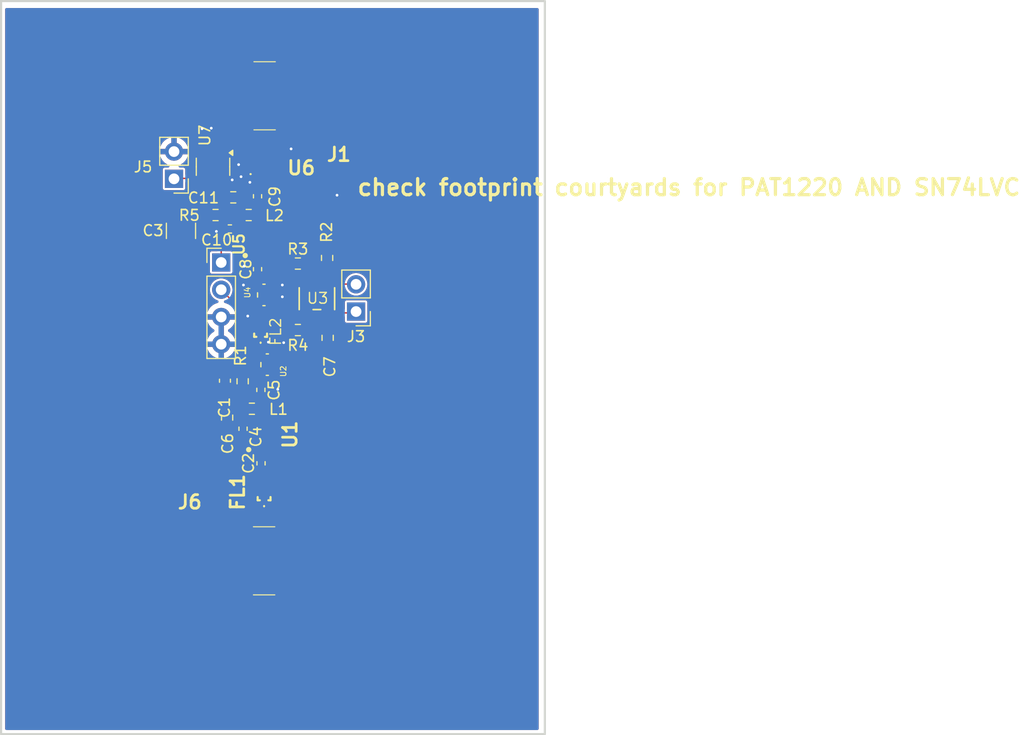
<source format=kicad_pcb>
(kicad_pcb (version 20240108) (generator "pcbnew") (generator_version "8.0")
  (layers (0 "F.Cu" signal) (1 "In1.Cu" signal) (2 "In2.Cu" signal) (31 "B.Cu" signal) (34 "B.Paste" user) (35 "F.Paste" user) (36 "B.SilkS" user "B.Silkscreen") (37 "F.SilkS" user "F.Silkscreen") (38 "B.Mask" user) (39 "F.Mask" user) (44 "Edge.Cuts" user))
  (net 0 "")
  (net 1 "GND")
  (net 2 "5VA")
  (net 3 "Net-(U1-RF_IN)")
  (net 4 "Net-(FL1-OUTPUT)")
  (net 5 "Net-(C4-Pad1)")
  (net 6 "Net-(C5-Pad2)")
  (net 7 "Net-(U1-RF_OUT)")
  (net 8 "Net-(C8-Pad1)")
  (net 9 "Net-(U5-RF_IN)")
  (net 10 "Net-(U5-RF_OUT)")
  (net 11 "Net-(U6-INPUT)")
  (net 12 "Net-(C10-Pad1)")
  (net 13 "/RF_IN")
  (net 14 "Net-(FL2-OUTPUT)")
  (net 15 "Net-(FL2-INPUT)")
  (net 16 "Net-(J3-Pin_2)")
  (net 17 "/RF_OUT")
  (net 18 "/PWR_DET_OUT")
  (net 19 "Net-(U1-SHUT_DOWN)")
  (net 20 "Net-(U3-Y)")
  (net 31 "Net-(U6-OUTPUT2)")
  (footprint "oresat-passives:PAT1220(0805)" (layer "F.Cu") (at 125.589 110.9 90)
    (property "Reference" "U4" (at -0.35 -1.239 90) (layer "F.SilkS") (effects (font (size 0.51816 0.51816) (thickness 0.09144)) (justify left bottom)))
    (property "Value" "PAT1220-C-3DB")
    (fp_line (start -0.2 -0.6) (end 0.2 -0.6) (stroke (width 0.127)) (layer "F.SilkS"))
    (fp_line (start 1 -0.1) (end 1 0.1) (stroke (width 0.127)) (layer "F.SilkS"))
    (fp_line (start -1 -0.1) (end -1 0.1) (stroke (width 0.127)) (layer "F.SilkS"))
    (pad "1" smd rect (at -0.75 -0.6 90) (size 0.8 0.7) (layers "F.Cu" "F.Mask") (net 14 "Net-(FL2-OUTPUT)"))
    (pad "2" smd rect (at 0.75 -0.6 270) (size 0.8 0.7) (layers "F.Cu" "F.Mask") (net 8 "Net-(C8-Pad1)"))
    (pad "3" smd rect (at 0 0.6 90) (size 2.3 0.7) (layers "F.Cu" "F.Mask") (net 1 "GND"))
  )
  (footprint "Resistor_SMD:R_0603_1608Metric" (layer "F.Cu") (at 122.725 101.8)
    (property "Reference" "C11" (at -2.775 0.05 0) (layer "F.SilkS"))
    (property "Value" "1u")
    (fp_line (start -0.237258 -0.5225) (end 0.237258 -0.5225) (stroke (width 0.12)) (layer "F.SilkS"))
    (fp_line (start -0.237258 0.5225) (end 0.237258 0.5225) (stroke (width 0.12)) (layer "F.SilkS"))
    (pad "1" smd roundrect (at -0.825 0) (size 0.8 0.95) (layers "F.Cu" "F.Paste" "F.Mask") (net 12 "Net-(C10-Pad1)"))
    (pad "2" smd roundrect (at 0.825 0) (size 0.8 0.95) (layers "F.Cu" "F.Paste" "F.Mask") (net 1 "GND"))
  )
  (footprint "oresat-ics:TQP3M9037" (layer "F.Cu") (at 125.239 105.85 90)
    (property "Reference" "U5" (at -0.325 -1.989 90) (layer "F.SilkS") (effects (font (thickness 0.2) (bold yes))))
    (property "Value" "TQP3M9037" (hide yes))
    (fp_circle (center -1.375 -1.4) (end -1.375 -1.275) (stroke (width 0.25)) (fill none) (layer "F.SilkS"))
    (pad "1" smd rect (at -1 -0.75 180) (size 0.3 0.75) (layers "F.Cu" "F.Paste" "F.Mask"))
    (pad "2" smd rect (at -1 -0.25 180) (size 0.3 0.75) (layers "F.Cu" "F.Paste" "F.Mask") (net 9 "Net-(U5-RF_IN)"))
    (pad "3" smd rect (at -1 0.25 180) (size 0.3 0.75) (layers "F.Cu" "F.Paste" "F.Mask"))
    (pad "4" smd rect (at -1 0.75 180) (size 0.3 0.75) (layers "F.Cu" "F.Paste" "F.Mask"))
    (pad "5" smd rect (at 1 0.75 180) (size 0.3 0.75) (layers "F.Cu" "F.Paste" "F.Mask"))
    (pad "6" smd rect (at 1 0.25 180) (size 0.3 0.75) (layers "F.Cu" "F.Paste" "F.Mask") (net 19 "Net-(U1-SHUT_DOWN)"))
    (pad "7" smd rect (at 1 -0.25 180) (size 0.3 0.75) (layers "F.Cu" "F.Paste" "F.Mask") (net 10 "Net-(U5-RF_OUT)"))
    (pad "8" smd rect (at 1 -0.75 180) (size 0.3 0.75) (layers "F.Cu" "F.Paste" "F.Mask"))
    (pad "9" smd rect (at 0 0 90) (size 0.85 1.65) (layers "F.Cu" "F.Paste" "F.Mask") (net 1 "GND"))
  )
  (footprint "oresat-ics:TQP3M9037" (layer "F.Cu") (at 125.564 123.95 90)
    (property "Reference" "U1" (at 0.025 2.45 90) (layer "F.SilkS") (effects (font (size 1.27 1.27) (thickness 0.254))))
    (property "Value" "TQP3M9037" (hide yes))
    (fp_circle (center -1.375 -1.4) (end -1.375 -1.275) (stroke (width 0.25)) (fill none) (layer "F.SilkS"))
    (pad "1" smd rect (at -1 -0.75 180) (size 0.3 0.75) (layers "F.Cu" "F.Paste" "F.Mask"))
    (pad "2" smd rect (at -1 -0.25 180) (size 0.3 0.75) (layers "F.Cu" "F.Paste" "F.Mask") (net 3 "Net-(U1-RF_IN)"))
    (pad "3" smd rect (at -1 0.25 180) (size 0.3 0.75) (layers "F.Cu" "F.Paste" "F.Mask"))
    (pad "4" smd rect (at -1 0.75 180) (size 0.3 0.75) (layers "F.Cu" "F.Paste" "F.Mask"))
    (pad "5" smd rect (at 1 0.75 180) (size 0.3 0.75) (layers "F.Cu" "F.Paste" "F.Mask"))
    (pad "6" smd rect (at 1 0.25 180) (size 0.3 0.75) (layers "F.Cu" "F.Paste" "F.Mask") (net 19 "Net-(U1-SHUT_DOWN)"))
    (pad "7" smd rect (at 1 -0.25 180) (size 0.3 0.75) (layers "F.Cu" "F.Paste" "F.Mask") (net 7 "Net-(U1-RF_OUT)"))
    (pad "8" smd rect (at 1 -0.75 180) (size 0.3 0.75) (layers "F.Cu" "F.Paste" "F.Mask"))
    (pad "9" smd rect (at 0 0 90) (size 0.85 1.65) (layers "F.Cu" "F.Paste" "F.Mask") (net 1 "GND"))
  )
  (footprint "Connector_PinHeader_2.54mm:PinHeader_1x02_P2.54mm_Vertical" (layer "F.Cu") (at 117.2 100.075 180)
    (property "Reference" "J5" (at 2.886 1.1085 0) (layer "F.SilkS"))
    (property "Value" "0022232021" (hide yes))
    (fp_line (start 1.33 1.27) (end 1.33 3.87) (stroke (width 0.12)) (layer "F.SilkS"))
    (fp_line (start -1.33 3.87) (end 1.33 3.87) (stroke (width 0.12)) (layer "F.SilkS"))
    (fp_line (start -1.33 1.27) (end 1.33 1.27) (stroke (width 0.12)) (layer "F.SilkS"))
    (fp_line (start -1.33 1.27) (end -1.33 3.87) (stroke (width 0.12)) (layer "F.SilkS"))
    (fp_line (start -1.33 0) (end -1.33 -1.33) (stroke (width 0.12)) (layer "F.SilkS"))
    (fp_line (start -1.33 -1.33) (end 0 -1.33) (stroke (width 0.12)) (layer "F.SilkS"))
    (pad "1" thru_hole rect (at 0 0 180) (size 1.7 1.7) (drill 1) (layers "*.Cu" "*.Mask") (net 18 "/PWR_DET_OUT"))
    (pad "2" thru_hole oval (at 0 2.54 180) (size 1.7 1.7) (drill 1) (layers "*.Cu" "*.Mask") (net 1 "GND"))
  )
  (footprint "oresat-connectors:SMA 142-0711-201" (layer "F.Cu") (at 125.649 92.33 180)
    (property "Reference" "J1" (at -6.925 -5.475 0) (layer "F.SilkS") (effects (font (size 1.27 1.27) (thickness 0.254))))
    (property "Value" "Conn_Coaxial_142-0711-201" (hide yes))
    (fp_line (start -1 3.175) (end 1 3.175) (stroke (width 0.1)) (layer "F.SilkS"))
    (fp_line (start -1 -3.175) (end 1 -3.175) (stroke (width 0.1)) (layer "F.SilkS"))
    (pad "1" smd rect (at -2.38 0 180) (size 2.35 7.11) (layers "F.Cu" "F.Paste" "F.Mask") (net 1 "GND"))
    (pad "2" smd rect (at 2.38 0 180) (size 2.35 7.11) (layers "F.Cu" "F.Paste" "F.Mask") (net 1 "GND"))
    (pad "3" smd circle (at 0 0 270) (size 1.73 1.73) (layers "F.Cu" "F.Paste" "F.Mask") (net 17 "/RF_OUT"))
  )
  (footprint "Resistor_SMD:R_0603_1608Metric" (layer "F.Cu") (at 124.164 103.45)
    (property "Reference" "L2" (at 2.4 0.05 0) (layer "F.SilkS"))
    (property "Value" "18nH")
    (fp_line (start -0.237258 -0.5225) (end 0.237258 -0.5225) (stroke (width 0.12)) (layer "F.SilkS"))
    (fp_line (start -0.237258 0.5225) (end 0.237258 0.5225) (stroke (width 0.12)) (layer "F.SilkS"))
    (pad "1" smd roundrect (at -0.825 0) (size 0.8 0.95) (layers "F.Cu" "F.Paste" "F.Mask") (net 12 "Net-(C10-Pad1)"))
    (pad "2" smd roundrect (at 0.825 0) (size 0.8 0.95) (layers "F.Cu" "F.Paste" "F.Mask") (net 10 "Net-(U5-RF_OUT)"))
  )
  (footprint "Capacitor_SMD:C_1210_3225Metric" (layer "F.Cu") (at 117.85 104.925 -90)
    (property "Reference" "C3" (at -0.025 2.6 0) (layer "F.SilkS"))
    (property "Value" "22u" (hide yes))
    (fp_line (start -0.711252 1.36) (end 0.711252 1.36) (stroke (width 0.12)) (layer "F.SilkS"))
    (fp_line (start -0.711252 -1.36) (end 0.711252 -1.36) (stroke (width 0.12)) (layer "F.SilkS"))
    (pad "1" smd roundrect (at -1.475 0 270) (size 1.15 2.7) (layers "F.Cu" "F.Paste" "F.Mask") (roundrect_rratio 0.217391) (net 2 "5VA"))
    (pad "2" smd roundrect (at 1.475 0 270) (size 1.15 2.7) (layers "F.Cu" "F.Paste" "F.Mask") (roundrect_rratio 0.217391) (net 1 "GND"))
  )
  (footprint "Capacitor_SMD:C_0603_1608Metric" (layer "F.Cu") (at 121.95 118.9 -90)
    (property "Reference" "C1" (at 2.5 0.05 90) (layer "F.SilkS"))
    (property "Value" "2u2")
    (fp_line (start -0.14058 0.51) (end 0.14058 0.51) (stroke (width 0.12)) (layer "F.SilkS"))
    (fp_line (start -0.14058 -0.51) (end 0.14058 -0.51) (stroke (width 0.12)) (layer "F.SilkS"))
    (pad "1" smd roundrect (at -0.775 0 270) (size 0.9 0.95) (layers "F.Cu" "F.Paste" "F.Mask") (net 2 "5VA"))
    (pad "2" smd roundrect (at 0.775 0 270) (size 0.9 0.95) (layers "F.Cu" "F.Paste" "F.Mask") (net 1 "GND"))
  )
  (footprint "Package_TO_SOT_SMD:TSOT-23-5" (layer "F.Cu") (at 120.8375 98.95 -90)
    (property "Reference" "U7" (at -2.925 0.7625 90) (layer "F.SilkS"))
    (property "Value" "LTC5505-1ES5" (hide yes))
    (fp_line (start 0 1.56) (end -0.8 1.56) (stroke (width 0.12)) (layer "F.SilkS"))
    (fp_line (start 0 1.56) (end 0.8 1.56) (stroke (width 0.12)) (layer "F.SilkS"))
    (fp_line (start 0 -1.56) (end -0.8 -1.56) (stroke (width 0.12)) (layer "F.SilkS"))
    (fp_line (start 0 -1.56) (end 0.8 -1.56) (stroke (width 0.12)) (layer "F.SilkS"))
    (fp_poly (pts (xy -1.3 -1.51) (xy -1.54 -1.84) (xy -1.06 -1.84) (xy -1.3 -1.51)) (stroke (width 0.12)) (fill solid) (layer "F.SilkS"))
    (pad "1" smd roundrect (at -1.1375 -0.95 270) (size 1.325 0.6) (layers "F.Cu" "F.Paste" "F.Mask") (net 31 "Net-(U6-OUTPUT2)"))
    (pad "2" smd roundrect (at -1.1375 0 270) (size 1.325 0.6) (layers "F.Cu" "F.Paste" "F.Mask") (net 1 "GND"))
    (pad "3" smd roundrect (at -1.1375 0.95 270) (size 1.325 0.6) (layers "F.Cu" "F.Paste" "F.Mask") (net 2 "5VA"))
    (pad "4" smd roundrect (at 1.1375 0.95 270) (size 1.325 0.6) (layers "F.Cu" "F.Paste" "F.Mask") (net 18 "/PWR_DET_OUT"))
    (pad "5" smd roundrect (at 1.1375 -0.95 270) (size 1.325 0.6) (layers "F.Cu" "F.Paste" "F.Mask") (net 2 "5VA"))
  )
  (footprint "Resistor_SMD:R_0603_1608Metric" (layer "F.Cu") (at 122.15 122.3375 -90)
    (property "Reference" "C6" (at 2.425 -0.05 90) (layer "F.SilkS"))
    (property "Value" "1u")
    (fp_line (start -0.237258 0.5225) (end 0.237258 0.5225) (stroke (width 0.12)) (layer "F.SilkS"))
    (fp_line (start -0.237258 -0.5225) (end 0.237258 -0.5225) (stroke (width 0.12)) (layer "F.SilkS"))
    (pad "1" smd roundrect (at -0.825 0 270) (size 0.8 0.95) (layers "F.Cu" "F.Paste" "F.Mask") (net 5 "Net-(C4-Pad1)"))
    (pad "2" smd roundrect (at 0.825 0 270) (size 0.8 0.95) (layers "F.Cu" "F.Paste" "F.Mask") (net 1 "GND"))
  )
  (footprint "Resistor_SMD:R_0603_1608Metric" (layer "F.Cu") (at 123.6 118.95 90)
    (property "Reference" "R1" (at 2.375 -0.2 90) (layer "F.SilkS"))
    (property "Value" "0")
    (fp_line (start -0.237258 -0.5225) (end 0.237258 -0.5225) (stroke (width 0.12)) (layer "F.SilkS"))
    (fp_line (start -0.237258 0.5225) (end 0.237258 0.5225) (stroke (width 0.12)) (layer "F.SilkS"))
    (pad "1" smd roundrect (at -0.825 0 90) (size 0.8 0.95) (layers "F.Cu" "F.Paste" "F.Mask") (net 5 "Net-(C4-Pad1)"))
    (pad "2" smd roundrect (at 0.825 0 90) (size 0.8 0.95) (layers "F.Cu" "F.Paste" "F.Mask") (net 2 "5VA"))
  )
  (footprint "Resistor_SMD:R_0603_1608Metric" (layer "F.Cu") (at 121.075 103.45 180)
    (property "Reference" "R5" (at 2.45 -0.025 0) (layer "F.SilkS"))
    (property "Value" "0")
    (fp_line (start -0.237258 0.5225) (end 0.237258 0.5225) (stroke (width 0.12)) (layer "F.SilkS"))
    (fp_line (start -0.237258 -0.5225) (end 0.237258 -0.5225) (stroke (width 0.12)) (layer "F.SilkS"))
    (pad "1" smd roundrect (at -0.825 0 180) (size 0.8 0.95) (layers "F.Cu" "F.Paste" "F.Mask") (net 12 "Net-(C10-Pad1)"))
    (pad "2" smd roundrect (at 0.825 0 180) (size 0.8 0.95) (layers "F.Cu" "F.Paste" "F.Mask") (net 2 "5VA"))
  )
  (footprint "oresat-connectors:SMA 142-0711-201" (layer "F.Cu") (at 125.6 135.69)
    (property "Reference" "J6" (at -6.925 -5.475 0) (layer "F.SilkS") (effects (font (size 1.27 1.27) (thickness 0.254))))
    (property "Value" "Conn_Coaxial_142-0711-201" (hide yes))
    (fp_line (start -1 -3.175) (end 1 -3.175) (stroke (width 0.1)) (layer "F.SilkS"))
    (fp_line (start -1 3.175) (end 1 3.175) (stroke (width 0.1)) (layer "F.SilkS"))
    (pad "1" smd rect (at -2.38 0) (size 2.35 7.11) (layers "F.Cu" "F.Paste" "F.Mask") (net 1 "GND"))
    (pad "2" smd rect (at 2.38 0) (size 2.35 7.11) (layers "F.Cu" "F.Paste" "F.Mask") (net 1 "GND"))
    (pad "3" smd circle (at 0 0 90) (size 1.73 1.73) (layers "F.Cu" "F.Paste" "F.Mask") (net 13 "/RF_IN"))
  )
  (footprint "Connector_PinHeader_2.54mm:PinHeader_1x02_P2.54mm_Vertical" (layer "F.Cu") (at 134.175 112.45 180)
    (property "Reference" "J3" (at 0 -2.33 0) (layer "F.SilkS"))
    (property "Value" "0022232021" (hide yes))
    (fp_line (start 1.33 1.27) (end 1.33 3.87) (stroke (width 0.12)) (layer "F.SilkS"))
    (fp_line (start -1.33 3.87) (end 1.33 3.87) (stroke (width 0.12)) (layer "F.SilkS"))
    (fp_line (start -1.33 1.27) (end 1.33 1.27) (stroke (width 0.12)) (layer "F.SilkS"))
    (fp_line (start -1.33 1.27) (end -1.33 3.87) (stroke (width 0.12)) (layer "F.SilkS"))
    (fp_line (start -1.33 0) (end -1.33 -1.33) (stroke (width 0.12)) (layer "F.SilkS"))
    (fp_line (start -1.33 -1.33) (end 0 -1.33) (stroke (width 0.12)) (layer "F.SilkS"))
    (pad "1" thru_hole rect (at 0 0 180) (size 1.7 1.7) (drill 1) (layers "*.Cu" "*.Mask") (net 2 "5VA"))
    (pad "2" thru_hole oval (at 0 2.54 180) (size 1.7 1.7) (drill 1) (layers "*.Cu" "*.Mask") (net 16 "Net-(J3-Pin_2)"))
  )
  (footprint "Resistor_SMD:R_0402_1005Metric" (layer "F.Cu") (at 124.989 108.5 90)
    (property "Reference" "C8" (at 0 -1.089 90) (layer "F.SilkS"))
    (property "Value" "15p")
    (fp_line (start -0.153641 -0.38) (end 0.153641 -0.38) (stroke (width 0.12)) (layer "F.SilkS"))
    (fp_line (start -0.153641 0.38) (end 0.153641 0.38) (stroke (width 0.12)) (layer "F.SilkS"))
    (pad "1" smd roundrect (at -0.51 0 90) (size 0.54 0.64) (layers "F.Cu" "F.Paste" "F.Mask") (net 8 "Net-(C8-Pad1)"))
    (pad "2" smd roundrect (at 0.51 0 90) (size 0.54 0.64) (layers "F.Cu" "F.Paste" "F.Mask") (net 9 "Net-(U5-RF_IN)"))
  )
  (footprint "Resistor_SMD:R_0603_1608Metric" (layer "F.Cu") (at 131.525 114.9 -90)
    (property "Reference" "C7" (at 2.7 -0.2 90) (layer "F.SilkS"))
    (property "Value" "100n")
    (fp_line (start -0.237258 0.5225) (end 0.237258 0.5225) (stroke (width 0.12)) (layer "F.SilkS"))
    (fp_line (start -0.237258 -0.5225) (end 0.237258 -0.5225) (stroke (width 0.12)) (layer "F.SilkS"))
    (pad "1" smd roundrect (at -0.825 0 270) (size 0.8 0.95) (layers "F.Cu" "F.Paste" "F.Mask") (net 2 "5VA"))
    (pad "2" smd roundrect (at 0.825 0 270) (size 0.8 0.95) (layers "F.Cu" "F.Paste" "F.Mask") (net 1 "GND"))
  )
  (footprint "oresat-misc:PD2328J5050S2HF" (layer "F.Cu") (at 124.989 98.6335 180)
    (property "Reference" "U6" (at -4.075 -0.425 0) (layer "F.SilkS") (effects (font (size 1.27 1.27) (thickness 0.254))))
    (property "Value" "PD2328J5050S2HF" (hide yes))
    (fp_line (start 0.7 -1) (end 0.7 -1) (stroke (width 0.1)) (layer "F.SilkS"))
    (fp_line (start 0.6 -1) (end 0.6 -1) (stroke (width 0.1)) (layer "F.SilkS"))
    (fp_arc (start 0.7 -1) (mid 0.65 -0.95) (end 0.6 -1) (stroke (width 0.1)) (layer "F.SilkS"))
    (fp_arc (start 0.6 -1) (mid 0.65 -1.05) (end 0.7 -1) (stroke (width 0.1)) (layer "F.SilkS"))
    (pad "1" smd rect (at 0.66 -0.495 270) (size 0.33 0.41) (layers "F.Cu" "F.Paste" "F.Mask") (net 1 "GND"))
    (pad "2" smd rect (at 0 -0.495 270) (size 0.33 0.41) (layers "F.Cu" "F.Paste" "F.Mask") (net 11 "Net-(U6-INPUT)"))
    (pad "3" smd rect (at -0.66 -0.495 270) (size 0.33 0.41) (layers "F.Cu" "F.Paste" "F.Mask") (net 1 "GND"))
    (pad "4" smd rect (at -0.66 0.495 270) (size 0.33 0.41) (layers "F.Cu" "F.Paste" "F.Mask") (net 17 "/RF_OUT"))
    (pad "5" smd rect (at 0 0.495 270) (size 0.33 0.41) (layers "F.Cu" "F.Paste" "F.Mask") (net 1 "GND"))
    (pad "6" smd rect (at 0.66 0.495 270) (size 0.33 0.41) (layers "F.Cu" "F.Paste" "F.Mask") (net 31 "Net-(U6-OUTPUT2)"))
  )
  (footprint "Resistor_SMD:R_0402_1005Metric" (layer "F.Cu") (at 124.989 101.7 90)
    (property "Reference" "C9" (at -0.0335 1.611 90) (layer "F.SilkS"))
    (property "Value" "15p" (hide yes))
    (fp_line (start -0.153641 -0.38) (end 0.153641 -0.38) (stroke (width 0.12)) (layer "F.SilkS"))
    (fp_line (start -0.153641 0.38) (end 0.153641 0.38) (stroke (width 0.12)) (layer "F.SilkS"))
    (pad "1" smd roundrect (at -0.51 0 90) (size 0.54 0.64) (layers "F.Cu" "F.Paste" "F.Mask") (net 10 "Net-(U5-RF_OUT)"))
    (pad "2" smd roundrect (at 0.51 0 90) (size 0.54 0.64) (layers "F.Cu" "F.Paste" "F.Mask") (net 11 "Net-(U6-INPUT)"))
  )
  (footprint "Connector_PinHeader_2.54mm:PinHeader_1x04_P2.54mm_Vertical" (layer "F.Cu") (at 121.6 107.875)
    (property "Reference" "J2" (hide yes))
    (property "Value" "0022232041" (hide yes))
    (fp_line (start -1.33 -1.33) (end 0 -1.33) (stroke (width 0.12)) (layer "F.SilkS"))
    (fp_line (start -1.33 0) (end -1.33 -1.33) (stroke (width 0.12)) (layer "F.SilkS"))
    (fp_line (start -1.33 1.27) (end -1.33 8.95) (stroke (width 0.12)) (layer "F.SilkS"))
    (fp_line (start -1.33 1.27) (end 1.33 1.27) (stroke (width 0.12)) (layer "F.SilkS"))
    (fp_line (start -1.33 8.95) (end 1.33 8.95) (stroke (width 0.12)) (layer "F.SilkS"))
    (fp_line (start 1.33 1.27) (end 1.33 8.95) (stroke (width 0.12)) (layer "F.SilkS"))
    (pad "1" thru_hole rect (at 0 0) (size 1.7 1.7) (drill 1) (layers "*.Cu" "*.Mask") (net 2 "5VA"))
    (pad "2" thru_hole oval (at 0 2.54) (size 1.7 1.7) (drill 1) (layers "*.Cu" "*.Mask") (net 2 "5VA"))
    (pad "3" thru_hole oval (at 0 5.08) (size 1.7 1.7) (drill 1) (layers "*.Cu" "*.Mask") (net 1 "GND"))
    (pad "4" thru_hole oval (at 0 7.62) (size 1.7 1.7) (drill 1) (layers "*.Cu" "*.Mask") (net 1 "GND"))
  )
  (footprint "Resistor_SMD:R_0402_1005Metric" (layer "F.Cu") (at 122.41 104.75)
    (property "Reference" "C10" (at -1.235 1.025 0) (layer "F.SilkS"))
    (property "Value" "15p")
    (fp_line (start -0.153641 -0.38) (end 0.153641 -0.38) (stroke (width 0.12)) (layer "F.SilkS"))
    (fp_line (start -0.153641 0.38) (end 0.153641 0.38) (stroke (width 0.12)) (layer "F.SilkS"))
    (pad "1" smd roundrect (at -0.51 0) (size 0.54 0.64) (layers "F.Cu" "F.Paste" "F.Mask") (net 12 "Net-(C10-Pad1)"))
    (pad "2" smd roundrect (at 0.51 0) (size 0.54 0.64) (layers "F.Cu" "F.Paste" "F.Mask") (net 1 "GND"))
  )
  (footprint "Resistor_SMD:R_0603_1608Metric" (layer "F.Cu") (at 131.475 107.45 -90)
    (property "Reference" "R2" (at -2.4 0.05 90) (layer "F.SilkS"))
    (property "Value" "10k")
    (fp_line (start -0.237258 0.5225) (end 0.237258 0.5225) (stroke (width 0.12)) (layer "F.SilkS"))
    (fp_line (start -0.237258 -0.5225) (end 0.237258 -0.5225) (stroke (width 0.12)) (layer "F.SilkS"))
    (pad "1" smd roundrect (at -0.825 0 270) (size 0.8 0.95) (layers "F.Cu" "F.Paste" "F.Mask") (net 1 "GND"))
    (pad "2" smd roundrect (at 0.825 0 270) (size 0.8 0.95) (layers "F.Cu" "F.Paste" "F.Mask") (net 16 "Net-(J3-Pin_2)"))
  )
  (footprint "oresat-ics:QPQ1907SR" (layer "F.Cu") (at 125.6 129.345 90)
    (property "Reference" "FL1" (at 0.045 -2.475 90) (layer "F.SilkS") (effects (font (size 1.27 1.27) (thickness 0.254))))
    (property "Value" "QPQ1907SR" (hide yes))
    (fp_line (start -0.7 -0.6) (end -0.4 -0.6) (stroke (width 0.2)) (layer "F.SilkS"))
    (fp_line (start -0.7 -0.4) (end -0.7 -0.6) (stroke (width 0.2)) (layer "F.SilkS"))
    (fp_line (start -1.2 0) (end -1.2 0) (stroke (width 0.1)) (layer "F.SilkS"))
    (fp_line (start -1.3 0) (end -1.3 0) (stroke (width 0.1)) (layer "F.SilkS"))
    (fp_line (start -0.7 0.4) (end -0.7 0.6) (stroke (width 0.2)) (layer "F.SilkS"))
    (fp_line (start -0.7 0.6) (end -0.4 0.6) (stroke (width 0.2)) (layer "F.SilkS"))
    (fp_arc (start -1.2 0) (mid -1.25 0.05) (end -1.3 0) (stroke (width 0.1)) (layer "F.SilkS"))
    (fp_arc (start -1.3 0) (mid -1.25 -0.05) (end -1.2 0) (stroke (width 0.1)) (layer "F.SilkS"))
    (pad "1" smd rect (at -0.495 0 90) (size 0.254 0.33) (layers "F.Cu" "F.Paste" "F.Mask") (net 13 "/RF_IN"))
    (pad "2" smd rect (at 0 0.286 90) (size 0.254 0.33) (layers "F.Cu" "F.Paste" "F.Mask") (net 1 "GND"))
    (pad "3" smd rect (at 0.495 0.286 90) (size 0.254 0.33) (layers "F.Cu" "F.Paste" "F.Mask") (net 1 "GND"))
    (pad "4" smd rect (at 0.495 -0.286 90) (size 0.254 0.33) (layers "F.Cu" "F.Paste" "F.Mask") (net 4 "Net-(FL1-OUTPUT)"))
    (pad "5" smd rect (at 0 -0.286 90) (size 0.254 0.33) (layers "F.Cu" "F.Paste" "F.Mask") (net 1 "GND"))
  )
  (footprint "oresat-misc:DBV5 SN74LVC1G3T2Q" (layer "F.Cu") (at 130.525 111.25 -90)
    (property "Reference" "U3" (at -0.625 -1.15 180) (layer "F.SilkS") (effects (font (thickness 0.127)) (justify right top)))
    (property "Value" "SN74LVC1G32QDBVRQ1" (hide yes))
    (fp_line (start -1.016 1.651) (end 1.016 1.651) (stroke (width 0.1524)) (layer "F.SilkS"))
    (fp_line (start 1.016 0.3556) (end 1.016 -0.3556) (stroke (width 0.1524)) (layer "F.SilkS"))
    (fp_line (start 1.016 -1.651) (end -1.016 -1.651) (stroke (width 0.1524)) (layer "F.SilkS"))
    (pad "1" smd rect (at -1.36245 -0.95 270) (size 0.9723 0.508) (layers "F.Cu" "F.Paste" "F.Mask") (net 16 "Net-(J3-Pin_2)"))
    (pad "2" smd rect (at -1.36245 0 270) (size 0.9723 0.508) (layers "F.Cu" "F.Paste" "F.Mask") (net 16 "Net-(J3-Pin_2)"))
    (pad "3" smd rect (at -1.36245 0.95 270) (size 0.9723 0.508) (layers "F.Cu" "F.Paste" "F.Mask") (net 1 "GND"))
    (pad "4" smd rect (at 1.36245 0.95 270) (size 0.9723 0.508) (layers "F.Cu" "F.Paste" "F.Mask") (net 20 "Net-(U3-Y)"))
    (pad "5" smd rect (at 1.36245 -0.95 270) (size 0.9723 0.508) (layers "F.Cu" "F.Paste" "F.Mask") (net 2 "5VA"))
  )
  (footprint "Resistor_SMD:R_0603_1608Metric" (layer "F.Cu") (at 128.75 107.975 180)
    (property "Reference" "R3" (at 0 1.35 0) (layer "F.SilkS"))
    (property "Value" "33K")
    (fp_line (start -0.237258 0.5225) (end 0.237258 0.5225) (stroke (width 0.12)) (layer "F.SilkS"))
    (fp_line (start -0.237258 -0.5225) (end 0.237258 -0.5225) (stroke (width 0.12)) (layer "F.SilkS"))
    (pad "1" smd roundrect (at -0.825 0 180) (size 0.8 0.95) (layers "F.Cu" "F.Paste" "F.Mask") (net 1 "GND"))
    (pad "2" smd roundrect (at 0.825 0 180) (size 0.8 0.95) (layers "F.Cu" "F.Paste" "F.Mask") (net 19 "Net-(U1-SHUT_DOWN)"))
  )
  (footprint "oresat-passives:PAT1220(0805)" (layer "F.Cu") (at 125.9 117.4 90)
    (property "Reference" "U2" (at -1.2 1.8 90) (layer "F.SilkS") (effects (font (size 0.51816 0.51816) (thickness 0.09144)) (justify left bottom)))
    (property "Value" "PAT1220-C-3DB")
    (fp_line (start -0.2 -0.6) (end 0.2 -0.6) (stroke (width 0.127)) (layer "F.SilkS"))
    (fp_line (start 1 -0.1) (end 1 0.1) (stroke (width 0.127)) (layer "F.SilkS"))
    (fp_line (start -1 -0.1) (end -1 0.1) (stroke (width 0.127)) (layer "F.SilkS"))
    (pad "1" smd rect (at -0.75 -0.6 90) (size 0.8 0.7) (layers "F.Cu" "F.Mask") (net 6 "Net-(C5-Pad2)"))
    (pad "2" smd rect (at 0.75 -0.6 270) (size 0.8 0.7) (layers "F.Cu" "F.Mask") (net 15 "Net-(FL2-INPUT)"))
    (pad "3" smd rect (at 0 0.6 90) (size 2.3 0.7) (layers "F.Cu" "F.Mask") (net 1 "GND"))
  )
  (footprint "Resistor_SMD:R_0402_1005Metric" (layer "F.Cu") (at 125.314 126.6 90)
    (property "Reference" "C2" (at 0 -1.17 90) (layer "F.SilkS"))
    (property "Value" "15p")
    (fp_line (start -0.153641 -0.38) (end 0.153641 -0.38) (stroke (width 0.12)) (layer "F.SilkS"))
    (fp_line (start -0.153641 0.38) (end 0.153641 0.38) (stroke (width 0.12)) (layer "F.SilkS"))
    (pad "1" smd roundrect (at -0.51 0 90) (size 0.54 0.64) (layers "F.Cu" "F.Paste" "F.Mask") (net 4 "Net-(FL1-OUTPUT)"))
    (pad "2" smd roundrect (at 0.51 0 90) (size 0.54 0.64) (layers "F.Cu" "F.Paste" "F.Mask") (net 3 "Net-(U1-RF_IN)"))
  )
  (footprint "oresat-ics:QPQ1907SR" (layer "F.Cu") (at 125.275 114.105 90)
    (property "Reference" "FL2" (at -0.22 1.4 90) (layer "F.SilkS") (effects (font (thickness 0.127))))
    (property "Value" "QPQ1907SR" (hide yes))
    (fp_line (start -0.7 -0.6) (end -0.4 -0.6) (stroke (width 0.2)) (layer "F.SilkS"))
    (fp_line (start -0.7 -0.4) (end -0.7 -0.6) (stroke (width 0.2)) (layer "F.SilkS"))
    (fp_line (start -1.2 0) (end -1.2 0) (stroke (width 0.1)) (layer "F.SilkS"))
    (fp_line (start -1.3 0) (end -1.3 0) (stroke (width 0.1)) (layer "F.SilkS"))
    (fp_line (start -0.7 0.4) (end -0.7 0.6) (stroke (width 0.2)) (layer "F.SilkS"))
    (fp_line (start -0.7 0.6) (end -0.4 0.6) (stroke (width 0.2)) (layer "F.SilkS"))
    (fp_arc (start -1.2 0) (mid -1.25 0.05) (end -1.3 0) (stroke (width 0.1)) (layer "F.SilkS"))
    (fp_arc (start -1.3 0) (mid -1.25 -0.05) (end -1.2 0) (stroke (width 0.1)) (layer "F.SilkS"))
    (pad "1" smd rect (at -0.495 0 90) (size 0.254 0.33) (layers "F.Cu" "F.Paste" "F.Mask") (net 15 "Net-(FL2-INPUT)"))
    (pad "2" smd rect (at 0 0.286 90) (size 0.254 0.33) (layers "F.Cu" "F.Paste" "F.Mask") (net 1 "GND"))
    (pad "3" smd rect (at 0.495 0.286 90) (size 0.254 0.33) (layers "F.Cu" "F.Paste" "F.Mask") (net 1 "GND"))
    (pad "4" smd rect (at 0.495 -0.286 90) (size 0.254 0.33) (layers "F.Cu" "F.Paste" "F.Mask") (net 14 "Net-(FL2-OUTPUT)"))
    (pad "5" smd rect (at 0 -0.286 90) (size 0.254 0.33) (layers "F.Cu" "F.Paste" "F.Mask") (net 1 "GND"))
  )
  (footprint "Resistor_SMD:R_0603_1608Metric" (layer "F.Cu") (at 128.75 114.175 180)
    (property "Reference" "R4" (at 0 -1.43 0) (layer "F.SilkS"))
    (property "Value" "10k")
    (fp_line (start -0.237258 0.5225) (end 0.237258 0.5225) (stroke (width 0.12)) (layer "F.SilkS"))
    (fp_line (start -0.237258 -0.5225) (end 0.237258 -0.5225) (stroke (width 0.12)) (layer "F.SilkS"))
    (pad "1" smd roundrect (at -0.825 0 180) (size 0.8 0.95) (layers "F.Cu" "F.Paste" "F.Mask") (net 20 "Net-(U3-Y)"))
    (pad "2" smd roundrect (at 0.825 0 180) (size 0.8 0.95) (layers "F.Cu" "F.Paste" "F.Mask") (net 19 "Net-(U1-SHUT_DOWN)"))
  )
  (footprint "Resistor_SMD:R_0402_1005Metric" (layer "F.Cu") (at 123.636 123.375 -90)
    (property "Reference" "C4" (at 0.75 -1.2 90) (layer "F.SilkS"))
    (property "Value" "15p")
    (fp_line (start -0.153641 0.38) (end 0.153641 0.38) (stroke (width 0.12)) (layer "F.SilkS"))
    (fp_line (start -0.153641 -0.38) (end 0.153641 -0.38) (stroke (width 0.12)) (layer "F.SilkS"))
    (pad "1" smd roundrect (at -0.51 0 270) (size 0.54 0.64) (layers "F.Cu" "F.Paste" "F.Mask") (net 5 "Net-(C4-Pad1)"))
    (pad "2" smd roundrect (at 0.51 0 270) (size 0.54 0.64) (layers "F.Cu" "F.Paste" "F.Mask") (net 1 "GND"))
  )
  (footprint "Resistor_SMD:R_0402_1005Metric" (layer "F.Cu") (at 125.3 119.754 90)
    (property "Reference" "C5" (at -0.021 1.225 90) (layer "F.SilkS"))
    (property "Value" "15p")
    (fp_line (start -0.153641 -0.38) (end 0.153641 -0.38) (stroke (width 0.12)) (layer "F.SilkS"))
    (fp_line (start -0.153641 0.38) (end 0.153641 0.38) (stroke (width 0.12)) (layer "F.SilkS"))
    (pad "1" smd roundrect (at -0.51 0 90) (size 0.54 0.64) (layers "F.Cu" "F.Paste" "F.Mask") (net 7 "Net-(U1-RF_OUT)"))
    (pad "2" smd roundrect (at 0.51 0 90) (size 0.54 0.64) (layers "F.Cu" "F.Paste" "F.Mask") (net 6 "Net-(C5-Pad2)"))
  )
  (footprint "Resistor_SMD:R_0603_1608Metric" (layer "F.Cu") (at 124.461 121.5125)
    (property "Reference" "L1" (at 2.475 0.05 0) (layer "F.SilkS"))
    (property "Value" "18nH")
    (fp_line (start -0.237258 -0.5225) (end 0.237258 -0.5225) (stroke (width 0.12)) (layer "F.SilkS"))
    (fp_line (start -0.237258 0.5225) (end 0.237258 0.5225) (stroke (width 0.12)) (layer "F.SilkS"))
    (pad "1" smd roundrect (at -0.825 0) (size 0.8 0.95) (layers "F.Cu" "F.Paste" "F.Mask") (net 5 "Net-(C4-Pad1)"))
    (pad "2" smd roundrect (at 0.825 0) (size 0.8 0.95) (layers "F.Cu" "F.Paste" "F.Mask") (net 7 "Net-(U1-RF_OUT)"))
  )
  (gr_rect (start 101.075 83.5) (end 151.776574 151.851574) (stroke (width 0.2)) (fill none) (layer "Edge.Cuts"))
  (gr_text "check footprint courtyards for PAT1220 AND SN74LVC" (at 134.15 101.75 0) (layer "F.SilkS") (effects (font (size 1.5 1.5) (thickness 0.3) (bold yes)) (justify left bottom)))
  (segment (start 125.3 123.736) (end 125.314 123.75) (width 0.127) (layer "F.Cu") (net 1))
  (via (at 122.625 100.175) (size 0.4572) (drill 0.254) (layers "F.Cu" "B.Cu") (net 1))
  (via (at 124.275 100.4) (size 0.4572) (drill 0.254) (layers "F.Cu" "B.Cu") (net 1))
  (via (at 124.075 112.8691) (size 0.4572) (drill 0.254) (layers "F.Cu" "B.Cu") (net 1))
  (via (at 127.425 115.35) (size 0.4572) (drill 0.254) (layers "F.Cu" "B.Cu") (net 1))
  (via (at 127.3 109.975) (size 0.4572) (drill 0.254) (layers "F.Cu" "B.Cu") (net 1))
  (via (at 119.8118 95.4024) (size 0.4572) (drill 0.254) (layers "F.Cu" "B.Cu") (net 1))
  (via (at 126.875 119.7) (size 0.4572) (drill 0.254) (layers "F.Cu" "B.Cu") (net 1))
  (via (at 123.725 108.225) (size 0.4572) (drill 0.254) (layers "F.Cu" "B.Cu") (net 1))
  (via (at 132.4 101.6) (size 0.4572) (drill 0.254) (layers "F.Cu" "B.Cu") (net 1))
  (via (at 123.225 98.75) (size 0.4572) (drill 0.254) (layers "F.Cu" "B.Cu") (net 1))
  (via (at 120.675 95.35) (size 0.4572) (drill 0.254) (layers "F.Cu" "B.Cu") (net 1))
  (via (at 126 115.3) (size 0.4572) (drill 0.254) (layers "F.Cu" "B.Cu") (net 1))
  (via (at 123.45 99.875) (size 0.4572) (drill 0.254) (layers "F.Cu" "B.Cu") (net 1))
  (via (at 121.15 104.975) (size 0.4572) (drill 0.254) (layers "F.Cu" "B.Cu") (net 1))
  (via (at 127.3 111.075) (size 0.4572) (drill 0.254) (layers "F.Cu" "B.Cu") (net 1))
  (via (at 128.1176 97.282) (size 0.4572) (drill 0.254) (layers "F.Cu" "B.Cu") (net 1))
  (via (at 123.675 109.975) (size 0.4572) (drill 0.254) (layers "F.Cu" "B.Cu") (net 1))
  (segment (start 121.6 106.35) (end 120.25 105) (width 0.127) (layer "F.Cu") (net 2))
  (segment (start 117.85 103.45) (end 120.25 103.45) (width 0.127) (layer "F.Cu") (net 2))
  (segment (start 123.6 118.125) (end 121.975 118.125) (width 0.127) (layer "F.Cu") (net 2))
  (segment (start 121.975 118.125) (end 121.95 118.15) (width 0.127) (layer "F.Cu") (net 2))
  (segment (start 120.925 99.996) (end 121.811 99.996) (width 0.127) (layer "F.Cu") (net 2))
  (segment (start 131.475 112.61245) (end 131.475 114.025) (width 0.127) (layer "F.Cu") (net 2))
  (segment (start 120.925 101.425) (end 120.925 99.996) (width 0.127) (layer "F.Cu") (net 2))
  (segment (start 120.25 103.45) (end 120.025 103.45) (width 0.127) (layer "F.Cu") (net 2))
  (segment (start 120.925 99.3975) (end 119.911 98.3835) (width 0.127) (layer "F.Cu") (net 2))
  (segment (start 120.025 103.45) (end 120 103.475) (width 0.127) (layer "F.Cu") (net 2))
  (segment (start 123.5559 112.3809) (end 123.5559 118.0809) (width 0.127) (layer "F.Cu") (net 2))
  (segment (start 121.6 110.415) (end 121.6 110.425) (width 0.127) (layer "F.Cu") (net 2))
  (segment (start 120.925 100.05) (end 120.925 99.3975) (width 0.127) (layer "F.Cu") (net 2))
  (segment (start 121.6 107.875) (end 121.6 106.35) (width 0.127) (layer "F.Cu") (net 2))
  (segment (start 134.175 112.45) (end 134.05 112.575) (width 0.127) (layer "F.Cu") (net 2))
  (segment (start 121.6 110.425) (end 123.5559 112.3809) (width 0.127) (layer "F.Cu") (net 2))
  (segment (start 120.225 103.475) (end 120.25 103.45) (width 0.127) (layer "F.Cu") (net 2))
  (segment (start 131.475 114.025) (end 131.525 114.075) (width 0.127) (layer "F.Cu") (net 2))
  (segment (start 119.911 98.3835) (end 119.911 97.721) (width 0.127) (layer "F.Cu") (net 2))
  (segment (start 120.25 103.45) (end 120.25 102.1) (width 0.127) (layer "F.Cu") (net 2))
  (segment (start 120.25 105) (end 120.25 103.45) (width 0.127) (layer "F.Cu") (net 2))
  (segment (start 134.05 112.575) (end 131.66245 112.575) (width 0.127) (layer "F.Cu") (net 2))
  (segment (start 123.5559 118.0809) (end 123.6 118.125) (width 0.127) (layer "F.Cu") (net 2))
  (segment (start 120.25 102.1) (end 120.925 101.425) (width 0.127) (layer "F.Cu") (net 2))
  (segment (start 125.314 126.064) (end 125.288 126.09) (width 0.127) (layer "F.Cu") (net 3))
  (segment (start 125.314 126.09) (end 125.314 124.95) (width 0.127) (layer "F.Cu") (net 3))
  (segment (start 125.288 127.11) (end 125.288 128.85) (width 0.127) (layer "F.Cu") (net 4))
  (segment (start 123.636 121.5125) (end 123.636 122.799) (width 0.127) (layer "F.Cu") (net 5))
  (segment (start 123.6 121.4765) (end 123.636 121.5125) (width 0.127) (layer "F.Cu") (net 5))
  (segment (start 123.636 122.799) (end 123.635 122.8) (width 0.127) (layer "F.Cu") (net 5))
  (segment (start 123.636 121.5125) (end 122.15 121.5125) (width 0.127) (layer "F.Cu") (net 5))
  (segment (start 123.6 119.775) (end 123.6 121.4765) (width 0.127) (layer "F.Cu") (net 5))
  (segment (start 125.3 118.15) (end 125.3 119.244) (width 0.127) (layer "F.Cu") (net 6))
  (segment (start 125.286 121.5125) (end 125.286 120.336) (width 0.127) (layer "F.Cu") (net 7))
  (segment (start 125.286 122.922) (end 125.314 122.95) (width 0.127) (layer "F.Cu") (net 7))
  (segment (start 125.3 120.35) (end 125.214 120.264) (width 0.127) (layer "F.Cu") (net 7))
  (segment (start 125.286 121.5125) (end 125.286 122.922) (width 0.127) (layer "F.Cu") (net 7))
  (segment (start 125.286 120.336) (end 125.214 120.264) (width 0.127) (layer "F.Cu") (net 7))
  (segment (start 124.989 109.01) (end 124.989 110.15) (width 0.127) (layer "F.Cu") (net 8))
  (segment (start 124.989 106.85) (end 124.989 107.99) (width 0.127) (layer "F.Cu") (net 9))
  (segment (start 124.989 103.45) (end 124.989 104.85) (width 0.127) (layer "F.Cu") (net 10))
  (segment (start 124.989 102.21) (end 124.989 103.45) (width 0.127) (layer "F.Cu") (net 10))
  (segment (start 124.989 99.1285) (end 124.989 101.19) (width 0.127) (layer "F.Cu") (net 11))
  (segment (start 121.9125 103.4375) (end 123.2125 103.4375) (width 0.127) (layer "F.Cu") (net 12))
  (segment (start 121.9 103.45) (end 121.9 104.75) (width 0.127) (layer "F.Cu") (net 12))
  (segment (start 121.9 101.8) (end 121.9 103.45) (width 0.127) (layer "F.Cu") (net 12))
  (segment (start 125.6 135.69) (end 125.6 129.84) (width 0.127) (layer "F.Cu") (net 13))
  (segment (start 124.989 113.61) (end 124.989 111.65) (width 0.127) (layer "F.Cu") (net 14))
  (segment (start 125.275 116.606) (end 125.275 114.594) (width 0.127) (layer "F.Cu") (net 15))
  (segment (start 131.475 108.2) (end 131.475 109.88755) (width 0.127) (layer "F.Cu") (net 16))
  (segment (start 131.525 109.98755) (end 131.61255 109.98755) (width 0.127) (layer "F.Cu") (net 16))
  (segment (start 131.475 109.88755) (end 134.15255 109.88755) (width 0.127) (layer "F.Cu") (net 16))
  (segment (start 134.15255 109.88755) (end 134.175 109.91) (width 0.127) (layer "F.Cu") (net 16))
  (segment (start 130.525 109.88755) (end 131.475 109.88755) (width 0.127) (layer "F.Cu") (net 16))
  (segment (start 131.61255 109.98755) (end 131.66 110.035) (width 0.127) (layer "F.Cu") (net 16))
  (segment (start 125.649 92.33) (end 125.649 98.1385) (width 0.127) (layer "F.Cu") (net 17))
  (segment (start 117.2 100.075) (end 117.2415 100.0335) (width 0.127) (layer "F.Cu") (net 18))
  (segment (start 119.8735 100.0335) (end 119.911 99.996) (width 0.127) (layer "F.Cu") (net 18))
  (segment (start 117.2415 100.0335) (end 119.8735 100.0335) (width 0.127) (layer "F.Cu") (net 18))
  (segment (start 125.814 122.95) (end 125.814 122.448) (width 0.127) (layer "F.Cu") (net 19))
  (segment (start 125.489 104.85) (end 125.489 104.221) (width 0.127) (layer "F.Cu") (net 19))
  (segment (start 127.925 106.2) (end 127.925 114.175) (width 0.127) (layer "F.Cu") (net 19))
  (segment (start 125.91 103.8) (end 126.7325 103.8) (width 0.127) (layer "F.Cu") (net 19))
  (segment (start 125.814 122.448) (end 127.925 120.337) (width 0.127) (layer "F.Cu") (net 19))
  (segment (start 126.7325 103.8) (end 127.925 104.9925) (width 0.127) (layer "F.Cu") (net 19))
  (segment (start 127.925 104.9925) (end 127.925 106.2) (width 0.127) (layer "F.Cu") (net 19))
  (segment (start 127.925 120.337) (end 127.925 114.2) (width 0.127) (layer "F.Cu") (net 19))
  (segment (start 125.489 104.221) (end 125.91 103.8) (width 0.127) (layer "F.Cu") (net 19))
  (segment (start 129.575 112.61245) (end 129.575 114.175) (width 0.127) (layer "F.Cu") (net 20))
  (segment (start 121.811 97.721) (end 124.0985 97.721) (width 0.127) (layer "F.Cu") (net 31))
  (segment (start 124.251 97.8735) (end 124.251 98.1385) (width 0.127) (layer "F.Cu") (net 31))
  (segment (start 124.0985 97.721) (end 124.251 97.8735) (width 0.127) (layer "F.Cu") (net 31))
  (zone (net 1) (net_name "GND") (layers "F.Cu" "In1.Cu" "B.Cu") (connect_pads (clearance 0.2)) (min_thickness 0.25) (fill yes (thermal_gap 0.5) (thermal_bridge_width 0.5) (island_removal_mode 1) (island_area_min 10))
    (polygon (pts (xy 101.3 84.15) (xy 101.3 151.853148) (xy 151.2 151.853148) (xy 151.2 84.15)))
  )
)
</source>
